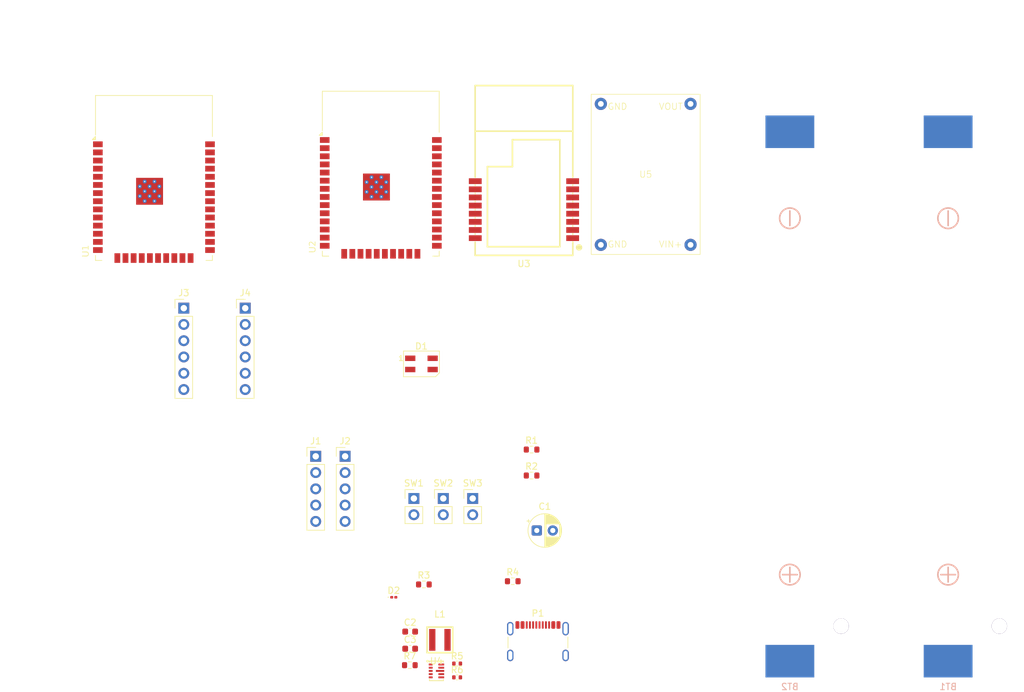
<source format=kicad_pcb>
(kicad_pcb (version 20241229) (generator "pcbnew") (generator_version "9.0")
  (layers (0 "F.Cu" signal) (2 "B.Cu" signal) (13 "F.Paste" user) (15 "B.Paste" user) (5 "F.SilkS" user "F.Silkscreen") (7 "B.SilkS" user "B.Silkscreen") (1 "F.Mask" user) (3 "B.Mask" user) (25 "Edge.Cuts" user))
  (net 0 "")
  (net 46 "Battery +")
  (net 47 "GND")
  (net 48 "GNDA")
  (net 49 "Net-(U2-EN)")
  (net 50 "RX U1")
  (net 51 "BOOT 0 U1")
  (net 52 "TX U1")
  (net 53 "RX U2")
  (net 54 "TX U2")
  (net 55 "BOOT 0 U2")
  (net 56 "Net-(U1-EN)")
  (net 57 "TX_EN U2")
  (net 58 "MISO")
  (net 59 "MOSI")
  (net 60 "DIO1")
  (net 61 "DIO2")
  (net 62 "SPORT")
  (net 63 "NRESET")
  (net 64 "RX_EN U2")
  (net 65 "SCK")
  (net 66 "BUSY")
  (net 67 "NSS")
  (net 68 "Signal 1")
  (net 69 "Signal 4")
  (net 70 "Signal 2")
  (net 71 "Signal 3")
  (net 73 "LED Data")
  (net 74 "Net-(D2-A)")
  (net 75 "Net-(P1-CC)")
  (net 76 "VBUS")
  (net 77 "VOUT")
  (net 78 "Left Switch")
  (net 79 "Right Switch")
  (net 80 "VIN")
  (net 81 "L1")
  (net 82 "L2")
  (net 83 "FB")
  (net 84 "Net-(U4-AGND)")
  (footprint "Resistor_SMD:R_0603_1608Metric" (layer "F.Cu") (at 118.38 127)
    (property "Reference" "R3" (at 0 -1.43 0) (layer "F.SilkS"))
    (property "Value" "100")
    (pad "1" smd roundrect (at -0.825 0) (size 0.8 0.95) (layers "F.Cu" "F.Mask" "F.Paste") (net 74 "Net-(D2-A)"))
    (pad "2" smd roundrect (at 0.825 0) (size 0.8 0.95) (layers "F.Cu" "F.Mask" "F.Paste") (net 76 "VBUS"))
  )
  (footprint "Custom:VSON-10_L3.0-W2.0-P0.50-TL" (layer "F.Cu") (at 120.275 140.495)
    (property "Reference" "U4" (at 0.06 -1.53 0) (layer "F.SilkS"))
    (property "Value" "~")
    (pad "1" smd rect (at -0.83 -1 270) (size 0.3 0.6) (layers "F.Cu" "F.Mask" "F.Paste") (net 80 "VIN"))
    (pad "2" smd rect (at -0.83 -0.5 270) (size 0.3 0.6) (layers "F.Cu" "F.Mask" "F.Paste") (net 47 "GND"))
    (pad "3" smd rect (at -0.83 0 270) (size 0.3 0.6) (layers "F.Cu" "F.Mask" "F.Paste") (net 47 "GND"))
    (pad "4" smd rect (at -0.83 0.5 270) (size 0.3 0.6) (layers "F.Cu" "F.Mask" "F.Paste") (net 83 "FB"))
    (pad "5" smd rect (at -0.83 1 270) (size 0.3 0.6) (layers "F.Cu" "F.Mask" "F.Paste") (net 84 "Net-(U4-AGND)"))
    (pad "6" smd rect (at 0.82 1 270) (size 0.3 0.9) (layers "F.Cu" "F.Mask" "F.Paste") (net 77 "VOUT"))
    (pad "7" smd rect (at 0.82 0.5 270) (size 0.3 0.9) (layers "F.Cu" "F.Mask" "F.Paste") (net 82 "L2"))
    (pad "8" smd rect (at 0.63 0 270) (size 0.3 1.3) (layers "F.Cu" "F.Mask" "F.Paste") (net 47 "GND"))
    (pad "9" smd rect (at 0.82 -0.5 270) (size 0.3 0.9) (layers "F.Cu" "F.Mask" "F.Paste") (net 81 "L1"))
    (pad "10" smd rect (at 0.82 -1 270) (size 0.3 0.9) (layers "F.Cu" "F.Mask" "F.Paste") (net 80 "VIN"))
  )
  (footprint "Connector_PinHeader_2.54mm:PinHeader_1x06_P2.54mm_Vertical" (layer "F.Cu") (at 80.91 83.88)
    (property "Reference" "J3" (at 0 -2.38 0) (layer "F.SilkS"))
    (property "Value" "Left Gimbal")
    (pad "1" thru_hole rect (at 0 0) (size 1.7 1.7) (drill 1) (layers "*.Cu" "*.Mask") (net 77 "VOUT"))
    (pad "2" thru_hole circle (at 0 2.54) (size 1.7 1.7) (drill 1) (layers "*.Cu" "*.Mask") (net 68 "Signal 1"))
    (pad "3" thru_hole circle (at 0 5.08) (size 1.7 1.7) (drill 1) (layers "*.Cu" "*.Mask") (net 47 "GND"))
    (pad "4" thru_hole circle (at 0 7.62) (size 1.7 1.7) (drill 1) (layers "*.Cu" "*.Mask") (net 77 "VOUT"))
    (pad "5" thru_hole circle (at 0 10.16) (size 1.7 1.7) (drill 1) (layers "*.Cu" "*.Mask") (net 69 "Signal 4"))
    (pad "6" thru_hole circle (at 0 12.7) (size 1.7 1.7) (drill 1) (layers "*.Cu" "*.Mask") (net 47 "GND"))
  )
  (footprint "Connector_PinHeader_2.54mm:PinHeader_1x02_P2.54mm_Vertical" (layer "F.Cu") (at 116.82 113.58)
    (property "Reference" "SW1" (at 0 -2.38 0) (layer "F.SilkS"))
    (property "Value" "Power Switch")
    (pad "1" thru_hole rect (at 0 0) (size 1.7 1.7) (drill 1) (layers "*.Cu" "*.Mask") (net 46 "Battery +"))
    (pad "2" thru_hole circle (at 0 2.54) (size 1.7 1.7) (drill 1) (layers "*.Cu" "*.Mask") (net 80 "VIN"))
  )
  (footprint "LED_SMD:LED_SK6812MINI_PLCC4_3.5x3.5mm_P1.75mm" (layer "F.Cu") (at 118 92.58)
    (property "Reference" "D1" (at 0 -2.75 0) (layer "F.SilkS"))
    (property "Value" "SK6812MINI")
    (fp_text user "1" (at -3.2 -0.875 0) (layer "F.SilkS") (effects (font (size 0.8 0.8))))
    (pad "1" smd rect (at -1.75 -0.875) (size 1.6 0.85) (layers "F.Cu" "F.Mask" "F.Paste"))
    (pad "2" smd rect (at -1.75 0.875) (size 1.6 0.85) (layers "F.Cu" "F.Mask" "F.Paste") (net 47 "GND"))
    (pad "3" smd rect (at 1.75 0.875) (size 1.6 0.85) (layers "F.Cu" "F.Mask" "F.Paste") (net 73 "LED Data"))
    (pad "4" smd rect (at 1.75 -0.875) (size 1.6 0.85) (layers "F.Cu" "F.Mask" "F.Paste") (net 77 "VOUT"))
  )
  (footprint "Connector_PinHeader_2.54mm:PinHeader_1x02_P2.54mm_Vertical" (layer "F.Cu") (at 126 113.58)
    (property "Reference" "SW3" (at 0 -2.38 0) (layer "F.SilkS"))
    (property "Value" "Right Switch")
    (pad "1" thru_hole rect (at 0 0) (size 1.7 1.7) (drill 1) (layers "*.Cu" "*.Mask") (net 79 "Right Switch"))
    (pad "2" thru_hole circle (at 0 2.54) (size 1.7 1.7) (drill 1) (layers "*.Cu" "*.Mask") (net 47 "GND"))
  )
  (footprint "Connector_USB:USB_C_Receptacle_GCT_USB4105-xx-A_16P_TopMnt_Horizontal" (layer "F.Cu") (at 136.18 137.005)
    (property "Reference" "P1" (at 0 -5.5 0) (layer "F.SilkS"))
    (property "Value" "USB_C_Plug_USB2.0")
    (pad "" np_thru_hole circle (at -2.89 -2.605) (size 0.65 0.65) (drill 0.65) (layers "*.Cu" "*.Mask"))
    (pad "" np_thru_hole circle (at 2.89 -2.605) (size 0.65 0.65) (drill 0.65) (layers "*.Cu" "*.Mask"))
    (pad "A1" smd roundrect (at -3.2 -3.68) (size 0.6 1.15) (layers "F.Cu" "F.Mask" "F.Paste") (net 48 "GNDA"))
    (pad "A4" smd roundrect (at -2.4 -3.68) (size 0.6 1.15) (layers "F.Cu" "F.Mask" "F.Paste") (net 76 "VBUS"))
    (pad "A5" smd roundrect (at -1.25 -3.68) (size 0.3 1.15) (layers "F.Cu" "F.Mask" "F.Paste") (net 75 "Net-(P1-CC)"))
    (pad "A6" smd roundrect (at -0.25 -3.68) (size 0.3 1.15) (layers "F.Cu" "F.Mask" "F.Paste"))
    (pad "A7" smd roundrect (at 0.25 -3.68) (size 0.3 1.15) (layers "F.Cu" "F.Mask" "F.Paste"))
    (pad "A8" smd roundrect (at 1.25 -3.68) (size 0.3 1.15) (layers "F.Cu" "F.Mask" "F.Paste"))
    (pad "A9" smd roundrect (at 2.4 -3.68) (size 0.6 1.15) (layers "F.Cu" "F.Mask" "F.Paste") (net 76 "VBUS"))
    (pad "A12" smd roundrect (at 3.2 -3.68) (size 0.6 1.15) (layers "F.Cu" "F.Mask" "F.Paste") (net 48 "GNDA"))
    (pad "B1" smd roundrect (at 3.2 -3.68) (size 0.6 1.15) (layers "F.Cu" "F.Mask" "F.Paste") (net 48 "GNDA"))
    (pad "B4" smd roundrect (at 2.4 -3.68) (size 0.6 1.15) (layers "F.Cu" "F.Mask" "F.Paste") (net 76 "VBUS"))
    (pad "B5" smd roundrect (at 1.75 -3.68) (size 0.3 1.15) (layers "F.Cu" "F.Mask" "F.Paste") (net 75 "Net-(P1-CC)"))
    (pad "B6" smd roundrect (at 0.75 -3.68) (size 0.3 1.15) (layers "F.Cu" "F.Mask" "F.Paste"))
    (pad "B7" smd roundrect (at -0.75 -3.68) (size 0.3 1.15) (layers "F.Cu" "F.Mask" "F.Paste"))
    (pad "B8" smd roundrect (at -1.75 -3.68) (size 0.3 1.15) (layers "F.Cu" "F.Mask" "F.Paste"))
    (pad "B9" smd roundrect (at -2.4 -3.68) (size 0.6 1.15) (layers "F.Cu" "F.Mask" "F.Paste") (net 76 "VBUS"))
    (pad "B12" smd roundrect (at -3.2 -3.68) (size 0.6 1.15) (layers "F.Cu" "F.Mask" "F.Paste") (net 48 "GNDA"))
    (pad "S1" thru_hole oval (at -4.32 -3.105) (size 1 2.1) (drill oval 0.6 1.7) (property pad_prop_heatsink) (layers "*.Cu" "*.Mask" "F.Paste") (net 48 "GNDA"))
    (pad "S1" thru_hole oval (at -4.32 1.075) (size 1 1.8) (drill oval 0.6 1.4) (property pad_prop_heatsink) (layers "*.Cu" "*.Mask" "F.Paste") (net 48 "GNDA"))
    (pad "S1" thru_hole oval (at 4.32 -3.105) (size 1 2.1) (drill oval 0.6 1.7) (property pad_prop_heatsink) (layers "*.Cu" "*.Mask" "F.Paste") (net 48 "GNDA"))
    (pad "S1" thru_hole oval (at 4.32 1.075) (size 1 1.8) (drill oval 0.6 1.4) (property pad_prop_heatsink) (layers "*.Cu" "*.Mask" "F.Paste") (net 48 "GNDA"))
  )
  (footprint "Custom:IND-SMD_L4.0-W4.0_XGL4020" (layer "F.Cu") (at 120.88 135.65)
    (property "Reference" "L1" (at 0 -4 0) (layer "F.SilkS"))
    (property "Value" "470nH")
    (pad "1" smd rect (at -1.19 0) (size 0.98 3.4) (layers "F.Cu" "F.Mask" "F.Paste") (net 81 "L1"))
    (pad "2" smd rect (at 1.19 0) (size 0.98 3.4) (layers "F.Cu" "F.Mask" "F.Paste") (net 82 "L2"))
  )
  (footprint "Diode_SMD:D_0201_0603Metric" (layer "F.Cu") (at 113.68 129)
    (property "Reference" "D2" (at 0 -1.05 0) (layer "F.SilkS"))
    (property "Value" "LED")
    (pad "1" smd roundrect (at -0.32 0) (size 0.46 0.4) (layers "F.Cu" "F.Mask") (net 48 "GNDA"))
    (pad "2" smd roundrect (at 0.32 0) (size 0.46 0.4) (layers "F.Cu" "F.Mask") (net 74 "Net-(D2-A)"))
  )
  (footprint "Connector_PinHeader_2.54mm:PinHeader_1x06_P2.54mm_Vertical" (layer "F.Cu") (at 90.5 83.88)
    (property "Reference" "J4" (at 0 -2.38 0) (layer "F.SilkS"))
    (property "Value" "Right Gimbal")
    (pad "1" thru_hole rect (at 0 0) (size 1.7 1.7) (drill 1) (layers "*.Cu" "*.Mask") (net 77 "VOUT"))
    (pad "2" thru_hole circle (at 0 2.54) (size 1.7 1.7) (drill 1) (layers "*.Cu" "*.Mask") (net 70 "Signal 2"))
    (pad "3" thru_hole circle (at 0 5.08) (size 1.7 1.7) (drill 1) (layers "*.Cu" "*.Mask") (net 47 "GND"))
    (pad "4" thru_hole circle (at 0 7.62) (size 1.7 1.7) (drill 1) (layers "*.Cu" "*.Mask") (net 77 "VOUT"))
    (pad "5" thru_hole circle (at 0 10.16) (size 1.7 1.7) (drill 1) (layers "*.Cu" "*.Mask") (net 71 "Signal 3"))
    (pad "6" thru_hole circle (at 0 12.7) (size 1.7 1.7) (drill 1) (layers "*.Cu" "*.Mask") (net 47 "GND"))
  )
  (footprint "Resistor_SMD:R_0603_1608Metric" (layer "F.Cu") (at 132.25 126.5)
    (property "Reference" "R4" (at 0 -1.43 0) (layer "F.SilkS"))
    (property "Value" "5.1k")
    (pad "1" smd roundrect (at -0.825 0) (size 0.8 0.95) (layers "F.Cu" "F.Mask" "F.Paste") (net 75 "Net-(P1-CC)"))
    (pad "2" smd roundrect (at 0.825 0) (size 0.8 0.95) (layers "F.Cu" "F.Mask" "F.Paste") (net 48 "GNDA"))
  )
  (footprint "RF_Module:ESP32-WROOM-32" (layer "F.Cu") (at 111.655 65.885)
    (property "Reference" "U2" (at -10.61 8.43 90) (layer "F.SilkS"))
    (property "Value" "ESP32-WROOM-32")
    (pad "1" smd rect (at -8.75 -8.25) (size 1.5 0.9) (layers "F.Cu" "F.Mask" "F.Paste") (net 47 "GND"))
    (pad "2" smd rect (at -8.75 -6.98) (size 1.5 0.9) (layers "F.Cu" "F.Mask" "F.Paste") (net 77 "VOUT"))
    (pad "3" smd rect (at -8.75 -5.71) (size 1.5 0.9) (layers "F.Cu" "F.Mask" "F.Paste") (net 49 "Net-(U2-EN)"))
    (pad "4" smd rect (at -8.75 -4.44) (size 1.5 0.9) (layers "F.Cu" "F.Mask" "F.Paste"))
    (pad "5" smd rect (at -8.75 -3.17) (size 1.5 0.9) (layers "F.Cu" "F.Mask" "F.Paste"))
    (pad "6" smd rect (at -8.75 -1.9) (size 1.5 0.9) (layers "F.Cu" "F.Mask" "F.Paste"))
    (pad "7" smd rect (at -8.75 -0.63) (size 1.5 0.9) (layers "F.Cu" "F.Mask" "F.Paste"))
    (pad "8" smd rect (at -8.75 0.64) (size 1.5 0.9) (layers "F.Cu" "F.Mask" "F.Paste"))
    (pad "9" smd rect (at -8.75 1.91) (size 1.5 0.9) (layers "F.Cu" "F.Mask" "F.Paste"))
    (pad "10" smd rect (at -8.75 3.18) (size 1.5 0.9) (layers "F.Cu" "F.Mask" "F.Paste"))
    (pad "11" smd rect (at -8.75 4.45) (size 1.5 0.9) (layers "F.Cu" "F.Mask" "F.Paste") (net 57 "TX_EN U2"))
    (pad "12" smd rect (at -8.75 5.72) (size 1.5 0.9) (layers "F.Cu" "F.Mask" "F.Paste") (net 64 "RX_EN U2"))
    (pad "13" smd rect (at -8.75 6.99) (size 1.5 0.9) (layers "F.Cu" "F.Mask" "F.Paste") (net 63 "NRESET"))
    (pad "14" smd rect (at -8.75 8.26) (size 1.5 0.9) (layers "F.Cu" "F.Mask" "F.Paste"))
    (pad "15" smd rect (at -5.71 9.51 90) (size 1.5 0.9) (layers "F.Cu" "F.Mask" "F.Paste") (net 47 "GND"))
    (pad "16" smd rect (at -4.44 9.51 90) (size 1.5 0.9) (layers "F.Cu" "F.Mask" "F.Paste") (net 62 "SPORT"))
    (pad "17" smd rect (at -3.17 9.51 90) (size 1.5 0.9) (layers "F.Cu" "F.Mask" "F.Paste"))
    (pad "18" smd rect (at -1.9 9.51 90) (size 1.5 0.9) (layers "F.Cu" "F.Mask" "F.Paste"))
    (pad "19" smd rect (at -0.63 9.51 90) (size 1.5 0.9) (layers "F.Cu" "F.Mask" "F.Paste"))
    (pad "20" smd rect (at 0.64 9.51 90) (size 1.5 0.9) (layers "F.Cu" "F.Mask" "F.Paste"))
    (pad "21" smd rect (at 1.91 9.51 90) (size 1.5 0.9) (layers "F.Cu" "F.Mask" "F.Paste"))
    (pad "22" smd rect (at 3.18 9.51 90) (size 1.5 0.9) (layers "F.Cu" "F.Mask" "F.Paste"))
    (pad "23" smd rect (at 4.45 9.51 90) (size 1.5 0.9) (layers "F.Cu" "F.Mask" "F.Paste"))
    (pad "24" smd rect (at 5.72 9.51 90) (size 1.5 0.9) (layers "F.Cu" "F.Mask" "F.Paste") (net 61 "DIO2"))
    (pad "25" smd rect (at 8.75 8.26) (size 1.5 0.9) (layers "F.Cu" "F.Mask" "F.Paste") (net 55 "BOOT 0 U2"))
    (pad "26" smd rect (at 8.75 6.99) (size 1.5 0.9) (layers "F.Cu" "F.Mask" "F.Paste") (net 60 "DIO1"))
    (pad "27" smd rect (at 8.75 5.72) (size 1.5 0.9) (layers "F.Cu" "F.Mask" "F.Paste"))
    (pad "28" smd rect (at 8.75 4.45) (size 1.5 0.9) (layers "F.Cu" "F.Mask" "F.Paste"))
    (pad "29" smd rect (at 8.75 3.18) (size 1.5 0.9) (layers "F.Cu" "F.Mask" "F.Paste"))
    (pad "30" smd rect (at 8.75 1.91) (size 1.5 0.9) (layers "F.Cu" "F.Mask" "F.Paste") (net 65 "SCK"))
    (pad "31" smd rect (at 8.75 0.64) (size 1.5 0.9) (layers "F.Cu" "F.Mask" "F.Paste") (net 58 "MISO"))
    (pad "32" smd rect (at 8.75 -0.63) (size 1.5 0.9) (layers "F.Cu" "F.Mask" "F.Paste"))
    (pad "33" smd rect (at 8.75 -1.9) (size 1.5 0.9) (layers "F.Cu" "F.Mask" "F.Paste") (net 66 "BUSY"))
    (pad "34" smd rect (at 8.75 -3.17) (size 1.5 0.9) (layers "F.Cu" "F.Mask" "F.Paste") (net 53 "RX U2"))
    (pad "35" smd rect (at 8.75 -4.44) (size 1.5 0.9) (layers "F.Cu" "F.Mask" "F.Paste") (net 54 "TX U2"))
    (pad "36" smd rect (at 8.75 -5.71) (size 1.5 0.9) (layers "F.Cu" "F.Mask" "F.Paste"))
    (pad "37" smd rect (at 8.75 -6.98) (size 1.5 0.9) (layers "F.Cu" "F.Mask" "F.Paste") (net 59 "MOSI"))
    (pad "38" smd rect (at 8.75 -8.25) (size 1.5 0.9) (layers "F.Cu" "F.Mask" "F.Paste") (net 47 "GND"))
    (pad "39" smd rect (at -2.205 -2.435) (size 1.05 1.05) (layers "F.Cu" "F.Paste") (net 47 "GND"))
    (pad "39" thru_hole circle (at -2.205 -1.6725) (size 0.6 0.6) (drill 0.2) (property pad_prop_heatsink) (layers "*.Cu" "F.Mask") (net 47 "GND"))
    (pad "39" smd rect (at -2.205 -0.91) (size 1.05 1.05) (layers "F.Cu" "F.Paste") (net 47 "GND"))
    (pad "39" thru_hole circle (at -2.205 -0.1475) (size 0.6 0.6) (drill 0.2) (property pad_prop_heatsink) (layers "*.Cu" "F.Mask") (net 47 "GND"))
    (pad "39" smd rect (at -2.205 0.615) (size 1.05 1.05) (layers "F.Cu" "F.Paste") (net 47 "GND"))
    (pad "39" thru_hole circle (at -1.4425 -2.435) (size 0.6 0.6) (drill 0.2) (property pad_prop_heatsink) (layers "*.Cu" "F.Mask") (net 47 "GND"))
    (pad "39" thru_hole circle (at -1.4425 -0.91) (size 0.6 0.6) (drill 0.2) (property pad_prop_heatsink) (layers "*.Cu" "F.Mask") (net 47 "GND"))
    (pad "39" thru_hole circle (at -1.4425 0.615) (size 0.6 0.6) (drill 0.2) (property pad_prop_heatsink) (layers "*.Cu" "F.Mask") (net 47 "GND"))
    (pad "39" smd rect (at -0.68 -2.435) (size 1.05 1.05) (layers "F.Cu" "F.Paste") (net 47 "GND"))
    (pad "39" thru_hole circle (at -0.68 -1.6725) (size 0.6 0.6) (drill 0.2) (property pad_prop_heatsink) (layers "*.Cu" "F.Mask") (net 47 "GND"))
    (pad "39" smd rect (at -0.68 -0.91) (size 1.05 1.05) (layers "F.Cu" "F.Paste") (net 47 "GND"))
    (pad "39" smd rect (at -0.68 -0.91) (size 4.2 4.2) (property pad_prop_heatsink) (layers "F.Cu" "F.Mask") (net 47 "GND"))
    (pad "39" thru_hole circle (at -0.68 -0.1475) (size 0.6 0.6) (drill 0.2) (property pad_prop_heatsink) (layers "*.Cu" "F.Mask") (net 47 "GND"))
    (pad "39" smd rect (at -0.68 0.615) (size 1.05 1.05) (layers "F.Cu" "F.Paste") (net 47 "GND"))
    (pad "39" thru_hole circle (at 0.0825 -2.435) (size 0.6 0.6) (drill 0.2) (property pad_prop_heatsink) (layers "*.Cu" "F.Mask") (net 47 "GND"))
    (pad "39" thru_hole circle (at 0.0825 -0.91) (size 0.6 0.6) (drill 0.2) (property pad_prop_heatsink) (layers "*.Cu" "F.Mask") (net 47 "GND"))
    (pad "39" thru_hole circle (at 0.0825 0.615) (size 0.6 0.6) (drill 0.2) (property pad_prop_heatsink) (layers "*.Cu" "F.Mask") (net 47 "GND"))
    (pad "39" smd rect (at 0.845 -2.435) (size 1.05 1.05) (layers "F.Cu" "F.Paste") (net 47 "GND"))
    (pad "39" thru_hole circle (at 0.845 -1.6725) (size 0.6 0.6) (drill 0.2) (property pad_prop_heatsink) (layers "*.Cu" "F.Mask") (net 47 "GND"))
    (pad "39" smd rect (at 0.845 -0.91) (size 1.05 1.05) (layers "F.Cu" "F.Paste") (net 47 "GND"))
    (pad "39" thru_hole circle (at 0.845 -0.1475) (size 0.6 0.6) (drill 0.2) (property pad_prop_heatsink) (layers "*.Cu" "F.Mask") (net 47 "GND"))
    (pad "39" smd rect (at 0.845 0.615) (size 1.05 1.05) (layers "F.Cu" "F.Paste") (net 47 "GND"))
  )
  (footprint "Resistor_SMD:R_0402_1005Metric" (layer "F.Cu") (at 123.57 139.35)
    (property "Reference" "R5" (at 0 -1.17 0) (layer "F.SilkS"))
    (property "Value" "100k")
    (pad "1" smd roundrect (at -0.51 0) (size 0.54 0.64) (layers "F.Cu" "F.Mask" "F.Paste") (net 77 "VOUT"))
    (pad "2" smd roundrect (at 0.51 0) (size 0.54 0.64) (layers "F.Cu" "F.Mask" "F.Paste") (net 84 "Net-(U4-AGND)"))
  )
  (footprint "Capacitor_SMD:C_0603_1608Metric" (layer "F.Cu") (at 116.24 137.03)
    (property "Reference" "C3" (at 0 -1.43 0) (layer "F.SilkS"))
    (property "Value" "22uF")
    (pad "1" smd roundrect (at -0.775 0) (size 0.9 0.95) (layers "F.Cu" "F.Mask" "F.Paste") (net 77 "VOUT"))
    (pad "2" smd roundrect (at 0.775 0) (size 0.9 0.95) (layers "F.Cu" "F.Mask" "F.Paste") (net 47 "GND"))
  )
  (footprint "RF_Module:ESP32-WROOM-32" (layer "F.Cu") (at 76.25 66.55)
    (property "Reference" "U1" (at -10.61 8.43 90) (layer "F.SilkS"))
    (property "Value" "ESP32-WROOM-32")
    (pad "1" smd rect (at -8.75 -8.25) (size 1.5 0.9) (layers "F.Cu" "F.Mask" "F.Paste") (net 47 "GND"))
    (pad "2" smd rect (at -8.75 -6.98) (size 1.5 0.9) (layers "F.Cu" "F.Mask" "F.Paste") (net 77 "VOUT"))
    (pad "3" smd rect (at -8.75 -5.71) (size 1.5 0.9) (layers "F.Cu" "F.Mask" "F.Paste") (net 56 "Net-(U1-EN)"))
    (pad "4" smd rect (at -8.75 -4.44) (size 1.5 0.9) (layers "F.Cu" "F.Mask" "F.Paste"))
    (pad "5" smd rect (at -8.75 -3.17) (size 1.5 0.9) (layers "F.Cu" "F.Mask" "F.Paste"))
    (pad "6" smd rect (at -8.75 -1.9) (size 1.5 0.9) (layers "F.Cu" "F.Mask" "F.Paste") (net 71 "Signal 3"))
    (pad "7" smd rect (at -8.75 -0.63) (size 1.5 0.9) (layers "F.Cu" "F.Mask" "F.Paste") (net 69 "Signal 4"))
    (pad "8" smd rect (at -8.75 0.64) (size 1.5 0.9) (layers "F.Cu" "F.Mask" "F.Paste") (net 68 "Signal 1"))
    (pad "9" smd rect (at -8.75 1.91) (size 1.5 0.9) (layers "F.Cu" "F.Mask" "F.Paste") (net 70 "Signal 2"))
    (pad "10" smd rect (at -8.75 3.18) (size 1.5 0.9) (layers "F.Cu" "F.Mask" "F.Paste") (net 79 "Right Switch"))
    (pad "11" smd rect (at -8.75 4.45) (size 1.5 0.9) (layers "F.Cu" "F.Mask" "F.Paste") (net 78 "Left Switch"))
    (pad "12" smd rect (at -8.75 5.72) (size 1.5 0.9) (layers "F.Cu" "F.Mask" "F.Paste") (net 73 "LED Data"))
    (pad "13" smd rect (at -8.75 6.99) (size 1.5 0.9) (layers "F.Cu" "F.Mask" "F.Paste"))
    (pad "14" smd rect (at -8.75 8.26) (size 1.5 0.9) (layers "F.Cu" "F.Mask" "F.Paste"))
    (pad "15" smd rect (at -5.71 9.51 90) (size 1.5 0.9) (layers "F.Cu" "F.Mask" "F.Paste") (net 47 "GND"))
    (pad "16" smd rect (at -4.44 9.51 90) (size 1.5 0.9) (layers "F.Cu" "F.Mask" "F.Paste"))
    (pad "17" smd rect (at -3.17 9.51 90) (size 1.5 0.9) (layers "F.Cu" "F.Mask" "F.Paste"))
    (pad "18" smd rect (at -1.9 9.51 90) (size 1.5 0.9) (layers "F.Cu" "F.Mask" "F.Paste"))
    (pad "19" smd rect (at -0.63 9.51 90) (size 1.5 0.9) (layers "F.Cu" "F.Mask" "F.Paste"))
    (pad "20" smd rect (at 0.64 9.51 90) (size 1.5 0.9) (layers "F.Cu" "F.Mask" "F.Paste"))
    (pad "21" smd rect (at 1.91 9.51 90) (size 1.5 0.9) (layers "F.Cu" "F.Mask" "F.Paste"))
    (pad "22" smd rect (at 3.18 9.51 90) (size 1.5 0.9) (layers "F.Cu" "F.Mask" "F.Paste"))
    (pad "23" smd rect (at 4.45 9.51 90) (size 1.5 0.9) (layers "F.Cu" "F.Mask" "F.Paste"))
    (pad "24" smd rect (at 5.72 9.51 90) (size 1.5 0.9) (layers "F.Cu" "F.Mask" "F.Paste"))
    (pad "25" smd rect (at 8.75 8.26) (size 1.5 0.9) (layers "F.Cu" "F.Mask" "F.Paste") (net 51 "BOOT 0 U1"))
    (pad "26" smd rect (at 8.75 6.99) (size 1.5 0.9) (layers "F.Cu" "F.Mask" "F.Paste"))
    (pad "27" smd rect (at 8.75 5.72) (size 1.5 0.9) (layers "F.Cu" "F.Mask" "F.Paste"))
    (pad "28" smd rect (at 8.75 4.45) (size 1.5 0.9) (layers "F.Cu" "F.Mask" "F.Paste"))
    (pad "29" smd rect (at 8.75 3.18) (size 1.5 0.9) (layers "F.Cu" "F.Mask" "F.Paste"))
    (pad "30" smd rect (at 8.75 1.91) (size 1.5 0.9) (layers "F.Cu" "F.Mask" "F.Paste"))
    (pad "31" smd rect (at 8.75 0.64) (size 1.5 0.9) (layers "F.Cu" "F.Mask" "F.Paste"))
    (pad "32" smd rect (at 8.75 -0.63) (size 1.5 0.9) (layers "F.Cu" "F.Mask" "F.Paste"))
    (pad "33" smd rect (at 8.75 -1.9) (size 1.5 0.9) (layers "F.Cu" "F.Mask" "F.Paste"))
    (pad "34" smd rect (at 8.75 -3.17) (size 1.5 0.9) (layers "F.Cu" "F.Mask" "F.Paste") (net 50 "RX U1"))
    (pad "35" smd rect (at 8.75 -4.44) (size 1.5 0.9) (layers "F.Cu" "F.Mask" "F.Paste") (net 52 "TX U1"))
    (pad "36" smd rect (at 8.75 -5.71) (size 1.5 0.9) (layers "F.Cu" "F.Mask" "F.Paste"))
    (pad "37" smd rect (at 8.75 -6.98) (size 1.5 0.9) (layers "F.Cu" "F.Mask" "F.Paste") (net 62 "SPORT"))
    (pad "38" smd rect (at 8.75 -8.25) (size 1.5 0.9) (layers "F.Cu" "F.Mask" "F.Paste") (net 47 "GND"))
    (pad "39" smd rect (at -2.205 -2.435) (size 1.05 1.05) (layers "F.Cu" "F.Paste") (net 47 "GND"))
    (pad "39" thru_hole circle (at -2.205 -1.6725) (size 0.6 0.6) (drill 0.2) (property pad_prop_heatsink) (layers "*.Cu" "F.Mask") (net 47 "GND"))
    (pad "39" smd rect (at -2.205 -0.91) (size 1.05 1.05) (layers "F.Cu" "F.Paste") (net 47 "GND"))
    (pad "39" thru_hole circle (at -2.205 -0.1475) (size 0.6 0.6) (drill 0.2) (property pad_prop_heatsink) (layers "*.Cu" "F.Mask") (net 47 "GND"))
    (pad "39" smd rect (at -2.205 0.615) (size 1.05 1.05) (layers "F.Cu" "F.Paste") (net 47 "GND"))
    (pad "39" thru_hole circle (at -1.4425 -2.435) (size 0.6 0.6) (drill 0.2) (property pad_prop_heatsink) (layers "*.Cu" "F.Mask") (net 47 "GND"))
    (pad "39" thru_hole circle (at -1.4425 -0.91) (size 0.6 0.6) (drill 0.2) (property pad_prop_heatsink) (layers "*.Cu" "F.Mask") (net 47 "GND"))
    (pad "39" thru_hole circle (at -1.4425 0.615) (size 0.6 0.6) (drill 0.2) (property pad_prop_heatsink) (layers "*.Cu" "F.Mask") (net 47 "GND"))
    (pad "39" smd rect (at -0.68 -2.435) (size 1.05 1.05) (layers "F.Cu" "F.Paste") (net 47 "GND"))
    (pad "39" thru_hole circle (at -0.68 -1.6725) (size 0.6 0.6) (drill 0.2) (property pad_prop_heatsink) (layers "*.Cu" "F.Mask") (net 47 "GND"))
    (pad "39" smd rect (at -0.68 -0.91) (size 1.05 1.05) (layers "F.Cu" "F.Paste") (net 47 "GND"))
    (pad "39" smd rect (at -0.68 -0.91) (size 4.2 4.2) (property pad_prop_heatsink) (layers "F.Cu" "F.Mask") (net 47 "GND"))
    (pad "39" thru_hole circle (at -0.68 -0.1475) (size 0.6 0.6) (drill 0.2) (property pad_prop_heatsink) (layers "*.Cu" "F.Mask") (net 47 "GND"))
    (pad "39" smd rect (at -0.68 0.615) (size 1.05 1.05) (layers "F.Cu" "F.Paste") (net 47 "GND"))
    (pad "39" thru_hole circle (at 0.0825 -2.435) (size 0.6 0.6) (drill 0.2) (property pad_prop_heatsink) (layers "*.Cu" "F.Mask") (net 47 "GND"))
    (pad "39" thru_hole circle (at 0.0825 -0.91) (size 0.6 0.6) (drill 0.2) (property pad_prop_heatsink) (layers "*.Cu" "F.Mask") (net 47 "GND"))
    (pad "39" thru_hole circle (at 0.0825 0.615) (size 0.6 0.6) (drill 0.2) (property pad_prop_heatsink) (layers "*.Cu" "F.Mask") (net 47 "GND"))
    (pad "39" smd rect (at 0.845 -2.435) (size 1.05 1.05) (layers "F.Cu" "F.Paste") (net 47 "GND"))
    (pad "39" thru_hole circle (at 0.845 -1.6725) (size 0.6 0.6) (drill 0.2) (property pad_prop_heatsink) (layers "*.Cu" "F.Mask") (net 47 "GND"))
    (pad "39" smd rect (at 0.845 -0.91) (size 1.05 1.05) (layers "F.Cu" "F.Paste") (net 47 "GND"))
    (pad "39" thru_hole circle (at 0.845 -0.1475) (size 0.6 0.6) (drill 0.2) (property pad_prop_heatsink) (layers "*.Cu" "F.Mask") (net 47 "GND"))
    (pad "39" smd rect (at 0.845 0.615) (size 1.05 1.05) (layers "F.Cu" "F.Paste") (net 47 "GND"))
  )
  (footprint "Connector_PinHeader_2.54mm:PinHeader_1x05_P2.54mm_Vertical" (layer "F.Cu") (at 101.5 107)
    (property "Reference" "J1" (at 0 -2.38 0) (layer "F.SilkS"))
    (property "Value" "U1 Debug")
    (pad "1" thru_hole rect (at 0 0) (size 1.7 1.7) (drill 1) (layers "*.Cu" "*.Mask") (net 47 "GND"))
    (pad "2" thru_hole circle (at 0 2.54) (size 1.7 1.7) (drill 1) (layers "*.Cu" "*.Mask") (net 77 "VOUT"))
    (pad "3" thru_hole circle (at 0 5.08) (size 1.7 1.7) (drill 1) (layers "*.Cu" "*.Mask") (net 52 "TX U1"))
    (pad "4" thru_hole circle (at 0 7.62) (size 1.7 1.7) (drill 1) (layers "*.Cu" "*.Mask") (net 50 "RX U1"))
    (pad "5" thru_hole circle (at 0 10.16) (size 1.7 1.7) (drill 1) (layers "*.Cu" "*.Mask") (net 51 "BOOT 0 U1"))
  )
  (footprint "Resistor_SMD:R_0603_1608Metric" (layer "F.Cu") (at 116.19 139.6)
    (property "Reference" "R7" (at 0 -1.43 0) (layer "F.SilkS"))
    (property "Value" "91k")
    (pad "1" smd roundrect (at -0.825 0) (size 0.8 0.95) (layers "F.Cu" "F.Mask" "F.Paste") (net 47 "GND"))
    (pad "2" smd roundrect (at 0.825 0) (size 0.8 0.95) (layers "F.Cu" "F.Mask" "F.Paste") (net 83 "FB"))
  )
  (footprint "Connector_PinHeader_2.54mm:PinHeader_1x05_P2.54mm_Vertical" (layer "F.Cu") (at 106.09 107)
    (property "Reference" "J2" (at 0 -2.38 0) (layer "F.SilkS"))
    (property "Value" "U2 Debug")
    (pad "1" thru_hole rect (at 0 0) (size 1.7 1.7) (drill 1) (layers "*.Cu" "*.Mask") (net 47 "GND"))
    (pad "2" thru_hole circle (at 0 2.54) (size 1.7 1.7) (drill 1) (layers "*.Cu" "*.Mask") (net 77 "VOUT"))
    (pad "3" thru_hole circle (at 0 5.08) (size 1.7 1.7) (drill 1) (layers "*.Cu" "*.Mask") (net 54 "TX U2"))
    (pad "4" thru_hole circle (at 0 7.62) (size 1.7 1.7) (drill 1) (layers "*.Cu" "*.Mask") (net 53 "RX U2"))
    (pad "5" thru_hole circle (at 0 10.16) (size 1.7 1.7) (drill 1) (layers "*.Cu" "*.Mask") (net 55 "BOOT 0 U2"))
  )
  (footprint "Capacitor_THT:CP_Radial_D5.0mm_P2.50mm" (layer "F.Cu") (at 136 118.58)
    (property "Reference" "C1" (at 1.25 -3.75 0) (layer "F.SilkS"))
    (property "Value" "10uF")
    (pad "1" thru_hole roundrect (at 0 0) (size 1.6 1.6) (drill 0.8) (layers "*.Cu" "*.Mask") (roundrect_rratio 0.15625) (net 77 "VOUT"))
    (pad "2" thru_hole circle (at 2.5 0) (size 1.6 1.6) (drill 0.8) (layers "*.Cu" "*.Mask") (net 47 "GND"))
  )
  (footprint "Resistor_SMD:R_0402_1005Metric" (layer "F.Cu") (at 123.57 141.5)
    (property "Reference" "R6" (at 0 -1.17 0) (layer "F.SilkS"))
    (property "Value" "511k")
    (pad "1" smd roundrect (at -0.51 0) (size 0.54 0.64) (layers "F.Cu" "F.Mask" "F.Paste") (net 83 "FB"))
    (pad "2" smd roundrect (at 0.51 0) (size 0.54 0.64) (layers "F.Cu" "F.Mask" "F.Paste") (net 77 "VOUT"))
  )
  (footprint "Custom:WIRELM-SMD_E28-2G4M2XS" (layer "F.Cu") (at 134 68.5 180)
    (property "Reference" "U3" (at 0 -8.45 180) (layer "F.SilkS"))
    (property "Value" "E28-2G4M27S")
    (pad "1" smd rect (at -7.6 -4.45 180) (size 2 0.9) (layers "F.Cu" "F.Mask" "F.Paste") (net 77 "VOUT"))
    (pad "2" smd rect (at -7.6 -3.18 180) (size 2 0.9) (layers "F.Cu" "F.Mask" "F.Paste") (net 47 "GND"))
    (pad "3" smd rect (at -7.6 -1.91 180) (size 2 0.9) (layers "F.Cu" "F.Mask" "F.Paste") (net 58 "MISO"))
    (pad "4" smd rect (at -7.6 -0.64 180) (size 2 0.9) (layers "F.Cu" "F.Mask" "F.Paste") (net 59 "MOSI"))
    (pad "5" smd rect (at -7.6 0.63 180) (size 2 0.9) (layers "F.Cu" "F.Mask" "F.Paste") (net 65 "SCK"))
    (pad "6" smd rect (at -7.6 1.9 180) (size 2 0.9) (layers "F.Cu" "F.Mask" "F.Paste") (net 67 "NSS"))
    (pad "7" smd rect (at -7.6 3.17 180) (size 2 0.9) (layers "F.Cu" "F.Mask" "F.Paste") (net 47 "GND"))
    (pad "8" smd rect (at -7.6 4.44 180) (size 2 0.9) (layers "F.Cu" "F.Mask" "F.Paste") (net 64 "RX_EN U2"))
    (pad "9" smd rect (at 7.6 4.44 180) (size 2 0.9) (layers "F.Cu" "F.Mask" "F.Paste") (net 57 "TX_EN U2"))
    (pad "10" smd rect (at 7.6 3.17 180) (size 2 0.9) (layers "F.Cu" "F.Mask" "F.Paste") (net 47 "GND"))
    (pad "11" smd rect (at 7.6 1.9 180) (size 2 0.9) (layers "F.Cu" "F.Mask" "F.Paste") (net 63 "NRESET"))
    (pad "12" smd rect (at 7.6 0.63 180) (size 2 0.9) (layers "F.Cu" "F.Mask" "F.Paste") (net 66 "BUSY"))
    (pad "13" smd rect (at 7.6 -0.64 180) (size 2 0.9) (layers "F.Cu" "F.Mask" "F.Paste") (net 60 "DIO1"))
    (pad "14" smd rect (at 7.6 -1.91 180) (size 2 0.9) (layers "F.Cu" "F.Mask" "F.Paste") (net 61 "DIO2"))
    (pad "15" smd rect (at 7.6 -3.18 180) (size 2 0.9) (layers "F.Cu" "F.Mask" "F.Paste"))
    (pad "16" smd rect (at 7.6 -4.45 180) (size 2 0.9) (layers "F.Cu" "F.Mask" "F.Paste") (net 47 "GND"))
  )
  (footprint "Capacitor_SMD:C_0603_1608Metric" (layer "F.Cu") (at 116.24 134.36)
    (property "Reference" "C2" (at 0 -1.43 0) (layer "F.SilkS"))
    (property "Value" "22uF")
    (pad "1" smd roundrect (at -0.775 0) (size 0.9 0.95) (layers "F.Cu" "F.Mask" "F.Paste") (net 47 "GND"))
    (pad "2" smd roundrect (at 0.775 0) (size 0.9 0.95) (layers "F.Cu" "F.Mask" "F.Paste") (net 80 "VIN"))
  )
  (footprint "Custom:TP5100" (layer "F.Cu") (at 153 63)
    (property "Reference" "U5" (at 0 0 0) (layer "F.SilkS") (effects (font (thickness 0.1))))
    (property "Value" "~")
    (fp_text user "GND" (at -6 -10 0) (layer "F.SilkS") (effects (font (thickness 0.1)) (justify left bottom)))
    (fp_text user "VIN+" (at 2 11.5 0) (layer "F.SilkS") (effects (font (thickness 0.1)) (justify left bottom)))
    (fp_text user "VOUT" (at 2 -10 0) (layer "F.SilkS") (effects (font (thickness 0.1)) (justify left bottom)))
    (fp_text user "GND" (at -6 11.5 0) (layer "F.SilkS") (effects (font (thickness 0.1)) (justify left bottom)))
    (pad "1" thru_hole circle (at 7 11) (size 1.905 1.905) (drill 0.9) (layers "*.Cu" "*.Mask") (net 76 "VBUS"))
    (pad "2" thru_hole circle (at -7 11) (size 1.905 1.905) (drill 0.9) (layers "*.Cu" "*.Mask") (net 48 "GNDA"))
    (pad "3" thru_hole circle (at 7 -11) (size 1.905 1.905) (drill 0.9) (layers "*.Cu" "*.Mask") (net 46 "Battery +"))
    (pad "4" thru_hole circle (at -7 -11) (size 1.905 1.905) (drill 0.9) (layers "*.Cu" "*.Mask") (net 47 "GND"))
  )
  (footprint "Resistor_SMD:R_0603_1608Metric" (layer "F.Cu") (at 135.19 105.95)
    (property "Reference" "R1" (at 0 -1.43 0) (layer "F.SilkS"))
    (property "Value" "10K")
    (pad "1" smd roundrect (at -0.825 0) (size 0.8 0.95) (layers "F.Cu" "F.Mask" "F.Paste") (net 49 "Net-(U2-EN)"))
    (pad "2" smd roundrect (at 0.825 0) (size 0.8 0.95) (layers "F.Cu" "F.Mask" "F.Paste") (net 77 "VOUT"))
  )
  (footprint "Connector_PinHeader_2.54mm:PinHeader_1x02_P2.54mm_Vertical" (layer "F.Cu") (at 121.41 113.58)
    (property "Reference" "SW2" (at 0 -2.38 0) (layer "F.SilkS"))
    (property "Value" "Left Switch")
    (pad "1" thru_hole rect (at 0 0) (size 1.7 1.7) (drill 1) (layers "*.Cu" "*.Mask") (net 78 "Left Switch"))
    (pad "2" thru_hole circle (at 0 2.54) (size 1.7 1.7) (drill 1) (layers "*.Cu" "*.Mask") (net 47 "GND"))
  )
  (footprint "Resistor_SMD:R_0603_1608Metric" (layer "F.Cu") (at 135.19 110)
    (property "Reference" "R2" (at 0 -1.43 0) (layer "F.SilkS"))
    (property "Value" "10K")
    (pad "1" smd roundrect (at -0.825 0) (size 0.8 0.95) (layers "F.Cu" "F.Mask" "F.Paste") (net 56 "Net-(U1-EN)"))
    (pad "2" smd roundrect (at 0.825 0) (size 0.8 0.95) (layers "F.Cu" "F.Mask" "F.Paste") (net 77 "VOUT"))
  )
  (footprint "Custom:BATTERY-SMD_18650-1S-L77.1-W20.7-1" (layer "B.Cu") (at 200.2 97.66)
    (property "Reference" "BT1" (at 0 45.31 0) (layer "B.SilkS") (effects (justify mirror)))
    (property "Value" "BH-18650-B1BA002")
    (pad "" thru_hole circle (at 8 35.84) (size 2.4 2.4) (drill 2.4) (layers "*.Cu" "*.Mask"))
    (pad "1" smd rect (at 0 -41.31) (size 7.62 5.08) (layers "B.Cu" "B.Mask" "B.Paste") (net 47 "GND"))
    (pad "2" smd rect (at 0 41.31) (size 7.62 5.08) (layers "B.Cu" "B.Mask" "B.Paste") (net 46 "Battery +"))
  )
  (footprint "Custom:BATTERY-SMD_18650-1S-L77.1-W20.7-1" (layer "B.Cu") (at 175.5 97.66)
    (property "Reference" "BT2" (at 0 45.31 180) (layer "B.SilkS") (effects (justify mirror)))
    (property "Value" "BH-18650-B1BA002")
    (pad "" thru_hole circle (at 8 35.84) (size 2.4 2.4) (drill 2.4) (layers "*.Cu" "*.Mask"))
    (pad "1" smd rect (at 0 -41.31) (size 7.62 5.08) (layers "B.Cu" "B.Mask" "B.Paste") (net 47 "GND"))
    (pad "2" smd rect (at 0 41.31) (size 7.62 5.08) (layers "B.Cu" "B.Mask" "B.Paste") (net 46 "Battery +"))
  )
)
</source>
